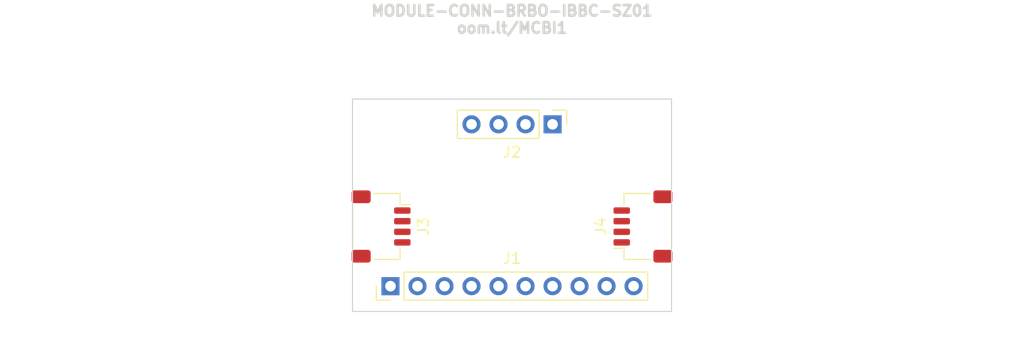
<source format=kicad_pcb>
(kicad_pcb (version 20211014) (generator pcbnew)
  (layers (0 "F.Cu" signal) (31 "B.Cu" signal) (34 "B.Paste" user) (35 "F.Paste" user) (36 "B.SilkS" user "B.Silkscreen") (37 "F.SilkS" user "F.Silkscreen") (38 "B.Mask" user) (39 "F.Mask" user) (44 "Edge.Cuts" user))
  (net 0 "")
  (net 1 "EX01")
  (net 2 "EX02")
  (net 3 "VCC")
  (net 4 "+3V3")
  (net 5 "SDA")
  (net 6 "SCL")
  (net 7 "CS")
  (net 8 "EX03")
  (net 9 "EX04")
  (net 10 "EX05")
  (net 11 "EX06")
  (net 12 "EX07")
  (net 13 "EX08")
  (net 14 "GND")
  (footprint "Connector_JST:JST_SH_SM04B-SRSS-TB_1x04-1MP_P1.00mm_Horizontal" (layer "F.Cu") (at 167.315 102 90)
    (fp_text reference "J4" (at 0 -3.98 90) (layer "F.SilkS"))
    (fp_text value "HEAD-JSTSH-X-PI04-RS oom.lt/HSHR4")
    (fp_line (start -1.94 2.685) (end 1.94 2.685) (layer "F.SilkS") (width 0.12))
    (fp_line (start -3.11 0.715) (end -3.11 -1.785) (layer "F.SilkS") (width 0.12))
    (fp_line (start 3.11 0.715) (end 3.11 -1.785) (layer "F.SilkS") (width 0.12))
    (fp_line (start -2.06 -1.785) (end -2.06 -2.775) (layer "F.SilkS") (width 0.12))
    (fp_line (start 3.11 -1.785) (end 2.06 -1.785) (layer "F.SilkS") (width 0.12))
    (fp_line (start -3.11 -1.785) (end -2.06 -1.785) (layer "F.SilkS") (width 0.12))
    (pad "1" smd roundrect (at -1.5 -2 90) (size 0.6 1.55) (layers "F.Cu" "F.Paste" "F.Mask") (net 14 "GND"))
    (pad "2" smd roundrect (at -0.5 -2 90) (size 0.6 1.55) (layers "F.Cu" "F.Paste" "F.Mask") (net 4 "+3V3"))
    (pad "3" smd roundrect (at 0.5 -2 90) (size 0.6 1.55) (layers "F.Cu" "F.Paste" "F.Mask") (net 5 "SDA"))
    (pad "4" smd roundrect (at 1.5 -2 90) (size 0.6 1.55) (layers "F.Cu" "F.Paste" "F.Mask") (net 6 "SCL"))
    (pad "MP" smd roundrect (at -2.8 1.875 90) (size 1.2 1.8) (layers "F.Cu" "F.Paste" "F.Mask") (roundrect_rratio 0.208333) (net 14 "GND"))
    (pad "MP" smd roundrect (at 2.8 1.875 90) (size 1.2 1.8) (layers "F.Cu" "F.Paste" "F.Mask") (roundrect_rratio 0.208333) (net 14 "GND"))
  )
  (footprint "Connector_JST:JST_SH_SM04B-SRSS-TB_1x04-1MP_P1.00mm_Horizontal" (layer "F.Cu") (at 142.685 102 -90)
    (fp_text reference "J3" (at 0 -3.98 90) (layer "F.SilkS"))
    (fp_text value "HEAD-JSTSH-X-PI04-RS oom.lt/HSHR4")
    (fp_line (start -2.06 -1.785) (end -2.06 -2.775) (layer "F.SilkS") (width 0.12))
    (fp_line (start 3.11 -1.785) (end 2.06 -1.785) (layer "F.SilkS") (width 0.12))
    (fp_line (start -3.11 -1.785) (end -2.06 -1.785) (layer "F.SilkS") (width 0.12))
    (fp_line (start 3.11 0.715) (end 3.11 -1.785) (layer "F.SilkS") (width 0.12))
    (fp_line (start -1.94 2.685) (end 1.94 2.685) (layer "F.SilkS") (width 0.12))
    (fp_line (start -3.11 0.715) (end -3.11 -1.785) (layer "F.SilkS") (width 0.12))
    (pad "1" smd roundrect (at -1.5 -2 270) (size 0.6 1.55) (layers "F.Cu" "F.Paste" "F.Mask") (net 14 "GND"))
    (pad "2" smd roundrect (at -0.5 -2 270) (size 0.6 1.55) (layers "F.Cu" "F.Paste" "F.Mask") (net 4 "+3V3"))
    (pad "3" smd roundrect (at 0.5 -2 270) (size 0.6 1.55) (layers "F.Cu" "F.Paste" "F.Mask") (net 5 "SDA"))
    (pad "4" smd roundrect (at 1.5 -2 270) (size 0.6 1.55) (layers "F.Cu" "F.Paste" "F.Mask") (net 6 "SCL"))
    (pad "MP" smd roundrect (at 2.8 1.875 270) (size 1.2 1.8) (layers "F.Cu" "F.Paste" "F.Mask") (roundrect_rratio 0.208333) (net 14 "GND"))
    (pad "MP" smd roundrect (at -2.8 1.875 270) (size 1.2 1.8) (layers "F.Cu" "F.Paste" "F.Mask") (roundrect_rratio 0.208333) (net 14 "GND"))
  )
  (footprint "Connector_PinHeader_2.54mm:PinHeader_1x04_P2.54mm_Vertical" (layer "F.Cu") (at 158.81 92.38 -90)
    (fp_text reference "J2" (at 2.62 3.81 180) (layer "F.SilkS"))
    (fp_text value "HEAD-I01-X-PI04-01 oom.lt/H4")
    (fp_line (start -1.33 8.95) (end 1.33 8.95) (layer "F.SilkS") (width 0.12))
    (fp_line (start -1.33 1.27) (end -1.33 8.95) (layer "F.SilkS") (width 0.12))
    (fp_line (start -1.33 -1.33) (end 0 -1.33) (layer "F.SilkS") (width 0.12))
    (fp_line (start -1.33 0) (end -1.33 -1.33) (layer "F.SilkS") (width 0.12))
    (fp_line (start 1.33 1.27) (end 1.33 8.95) (layer "F.SilkS") (width 0.12))
    (fp_line (start -1.33 1.27) (end 1.33 1.27) (layer "F.SilkS") (width 0.12))
    (pad "1" thru_hole rect (at 0 0 270) (size 1.7 1.7) (drill 1) (layers *.Cu *.Mask) (net 10 "EX05"))
    (pad "2" thru_hole oval (at 0 2.54 270) (size 1.7 1.7) (drill 1) (layers *.Cu *.Mask) (net 11 "EX06"))
    (pad "3" thru_hole oval (at 0 5.08 270) (size 1.7 1.7) (drill 1) (layers *.Cu *.Mask) (net 12 "EX07"))
    (pad "4" thru_hole oval (at 0 7.62 270) (size 1.7 1.7) (drill 1) (layers *.Cu *.Mask) (net 13 "EX08"))
  )
  (footprint "MountingHole:MountingHole_3.2mm_M3" (layer "F.Cu") (at 145 95)
    (fp_text reference "H2" hide)
    (fp_text value "MountingHole" hide)
    (pad "" np_thru_hole circle (at 0 0) (size 3.2 3.2) (drill 3.2) (layers *.Cu *.Mask))
  )
  (footprint "Connector_PinHeader_2.54mm:PinHeader_1x10_P2.54mm_Vertical" (layer "F.Cu") (at 143.57 107.62 90)
    (fp_text reference "J1" (at 2.62 11.43 180) (layer "F.SilkS"))
    (fp_text value "HEAD-I01-X-PI10-01 oom.lt/H10")
    (fp_line (start -1.33 -1.33) (end 0 -1.33) (layer "F.SilkS") (width 0.12))
    (fp_line (start 1.33 1.27) (end 1.33 24.19) (layer "F.SilkS") (width 0.12))
    (fp_line (start -1.33 24.19) (end 1.33 24.19) (layer "F.SilkS") (width 0.12))
    (fp_line (start -1.33 0) (end -1.33 -1.33) (layer "F.SilkS") (width 0.12))
    (fp_line (start -1.33 1.27) (end -1.33 24.19) (layer "F.SilkS") (width 0.12))
    (fp_line (start -1.33 1.27) (end 1.33 1.27) (layer "F.SilkS") (width 0.12))
    (pad "1" thru_hole rect (at 0 0 90) (size 1.7 1.7) (drill 1) (layers *.Cu *.Mask) (net 1 "EX01"))
    (pad "2" thru_hole oval (at 0 2.54 90) (size 1.7 1.7) (drill 1) (layers *.Cu *.Mask) (net 2 "EX02"))
    (pad "3" thru_hole oval (at 0 5.08 90) (size 1.7 1.7) (drill 1) (layers *.Cu *.Mask) (net 3 "VCC"))
    (pad "4" thru_hole oval (at 0 7.62 90) (size 1.7 1.7) (drill 1) (layers *.Cu *.Mask) (net 14 "GND"))
    (pad "5" thru_hole oval (at 0 10.16 90) (size 1.7 1.7) (drill 1) (layers *.Cu *.Mask) (net 4 "+3V3"))
    (pad "6" thru_hole oval (at 0 12.7 90) (size 1.7 1.7) (drill 1) (layers *.Cu *.Mask) (net 5 "SDA"))
    (pad "7" thru_hole oval (at 0 15.24 90) (size 1.7 1.7) (drill 1) (layers *.Cu *.Mask) (net 6 "SCL"))
    (pad "8" thru_hole oval (at 0 17.78 90) (size 1.7 1.7) (drill 1) (layers *.Cu *.Mask) (net 7 "CS"))
    (pad "9" thru_hole oval (at 0 20.32 90) (size 1.7 1.7) (drill 1) (layers *.Cu *.Mask) (net 8 "EX03"))
    (pad "10" thru_hole oval (at 0 22.86 90) (size 1.7 1.7) (drill 1) (layers *.Cu *.Mask) (net 9 "EX04"))
  )
  (footprint "MountingHole:MountingHole_3.2mm_M3" (layer "F.Cu") (at 165 95)
    (fp_text reference "H1" hide)
    (fp_text value "MountingHole" hide)
    (pad "" np_thru_hole circle (at 0 0) (size 3.2 3.2) (drill 3.2) (layers *.Cu *.Mask))
  )
  (gr_line (start 140 90) (end 170 90) (layer "Edge.Cuts") (width 0.1))
  (gr_line (start 170 110) (end 140 110) (layer "Edge.Cuts") (width 0.1))
  (gr_line (start 170 90) (end 170 110) (layer "Edge.Cuts") (width 0.1))
  (gr_line (start 140 110) (end 140 90) (layer "Edge.Cuts") (width 0.1))
  (gr_text "MODULE-CONN-BRBO-IBBC-SZ01\noom.lt/MCBI1" (at 155 82.5) (layer "Edge.Cuts") (effects (font (size 1 1) (thickness 0.25))))
)
</source>
